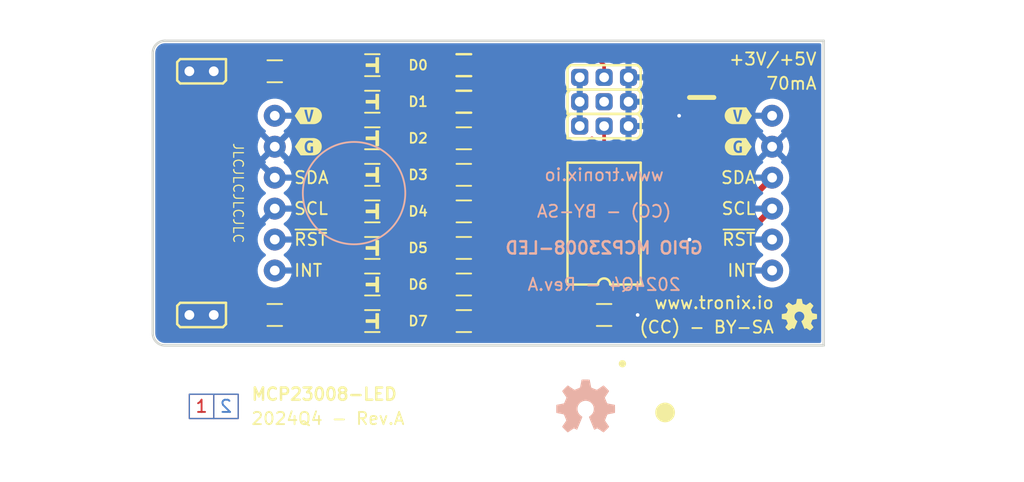
<source format=kicad_pcb>
(kicad_pcb (version 20241229) (generator "pcbnew") (generator_version "9.0")
  (title_block (title "GPIO - MCP23008-LED") (date "Q4/2024") (rev "A"))
  (layers (0 "F.Cu" signal) (2 "B.Cu" signal) (13 "F.Paste" user) (15 "B.Paste" user) (5 "F.SilkS" user "F.Silkscreen") (7 "B.SilkS" user "B.Silkscreen") (1 "F.Mask" user) (3 "B.Mask" user) (25 "Edge.Cuts" user))
  (net 0 "")
  (net 1 "POWER-GND")
  (net 2 "POWER-VBAT")
  (net 3 "Net-(U1-A2)")
  (net 4 "Net-(U1-A1)")
  (net 5 "Net-(U1-A0)")
  (net 6 "SDA")
  (net 7 "~{RESET}")
  (net 8 "SCL")
  (net 9 "INT")
  (net 10 "Net-(LED1-A)")
  (net 11 "Net-(LED2-A)")
  (net 12 "Net-(LED3-A)")
  (net 13 "Net-(LED4-A)")
  (net 14 "Net-(LED5-A)")
  (net 15 "Net-(LED6-A)")
  (net 16 "Net-(LED7-A)")
  (net 17 "Net-(LED8-A)")
  (net 18 "Net-(U1-GP7)")
  (net 19 "Net-(U1-GP6)")
  (net 20 "Net-(U1-GP5)")
  (net 21 "Net-(U1-GP4)")
  (net 22 "Net-(U1-GP3)")
  (net 23 "Net-(U1-GP2)")
  (net 24 "Net-(U1-GP1)")
  (net 25 "Net-(U1-GP0)")
  (net 27 "Net-(JP1-Pad1)")
  (net 28 "Net-(JP2-Pad1)")
  (footprint "tronixio:OSHW-3MM" (layer "F.Cu") (at 179 86.5)
    (property "Reference" "G***" (hide yes))
    (property "Value" "LOGO" (hide yes))
  )
  (footprint "tronixio:HARWIN-M20-975064x" (layer "F.Cu") (at 176.773 70.15 -90)
    (property "Reference" "K1")
    (property "Value" "GPIO IN")
    (pad "1" thru_hole circle (at 0 0 270) (size 1.8 1.8) (drill 0.8) (layers "*.Cu" "*.Mask") (net 2 "POWER-VBAT"))
    (pad "2" thru_hole circle (at 2.54 0 270) (size 1.8 1.8) (drill 0.8) (layers "*.Cu" "*.Mask") (net 1 "POWER-GND"))
    (pad "3" thru_hole circle (at 5.08 0 270) (size 1.8 1.8) (drill 0.8) (layers "*.Cu" "*.Mask") (net 6 "SDA"))
    (pad "4" thru_hole circle (at 7.62 0 270) (size 1.8 1.8) (drill 0.8) (layers "*.Cu" "*.Mask") (net 8 "SCL"))
    (pad "5" thru_hole circle (at 10.16 0 270) (size 1.8 1.8) (drill 0.8) (layers "*.Cu" "*.Mask") (net 7 "~{RESET}"))
    (pad "6" thru_hole circle (at 12.7 0 270) (size 1.8 1.8) (drill 0.8) (layers "*.Cu" "*.Mask") (net 9 "INT"))
  )
  (footprint "kibuzzard-62B79EB2" (layer "F.Cu") (at 174 70.15)
    (property "Reference" "kibuzzard-62B79EB2" (hide yes))
    (property "Value" "G***" (hide yes))
  )
  (footprint "tronixio:HARWIN-M22-25103xx" (layer "F.Cu") (at 161 69 90)
    (property "Reference" "JP4" (hide yes))
    (property "Value" "A1")
    (pad "1" thru_hole roundrect (at 0 0 90) (size 1.4 1.4) (drill 0.8) (layers "*.Cu" "*.Mask") (net 2 "POWER-VBAT"))
    (pad "2" thru_hole roundrect (at 0 2 90) (size 1.4 1.4) (drill 0.8) (layers "*.Cu" "*.Mask") (net 4 "Net-(U1-A1)"))
    (pad "3" thru_hole roundrect (at 0 4 90) (size 1.4 1.4) (drill 0.8) (layers "*.Cu" "*.Mask") (net 1 "POWER-GND"))
  )
  (footprint "kibuzzard-62B79E59" (layer "F.Cu") (at 138.75 72.69)
    (property "Reference" "kibuzzard-62B79E59" (hide yes))
    (property "Value" "G***" (hide yes))
  )
  (footprint "tronixio:LED-SMD-1206" (layer "F.Cu") (at 144 84)
    (property "Reference" "LED7")
    (property "Value" "D6")
    (pad "1" smd roundrect (at -1.5 0) (size 1.3 1.75) (layers "F.Cu" "F.Mask" "F.Paste") (roundrect_rratio 0.1) (net 1 "POWER-GND"))
    (pad "2" smd roundrect (at 1.5 0) (size 1.3 1.75) (layers "F.Cu" "F.Mask" "F.Paste") (roundrect_rratio 0.1) (net 16 "Net-(LED7-A)"))
  )
  (footprint "tronixio:HARWIN-M22-25102xx" (layer "F.Cu") (at 131 86.5 -90)
    (property "Reference" "JP1" (hide yes))
    (property "Value" "SCL")
    (pad "1" thru_hole roundrect (at 0 0 270) (size 1.4 1.4) (drill 0.8) (layers "*.Cu" "*.Mask") (net 27 "Net-(JP1-Pad1)"))
    (pad "2" thru_hole roundrect (at 0 2 270) (size 1.4 1.4) (drill 0.8) (layers "*.Cu" "*.Mask") (net 8 "SCL"))
  )
  (footprint "tronixio:LED-SMD-1206" (layer "F.Cu") (at 144 66)
    (property "Reference" "LED1")
    (property "Value" "D0")
    (pad "1" smd roundrect (at -1.5 0) (size 1.3 1.75) (layers "F.Cu" "F.Mask" "F.Paste") (roundrect_rratio 0.1) (net 1 "POWER-GND"))
    (pad "2" smd roundrect (at 1.5 0) (size 1.3 1.75) (layers "F.Cu" "F.Mask" "F.Paste") (roundrect_rratio 0.1) (net 10 "Net-(LED1-A)"))
  )
  (footprint "tronixio:SOIC-18W" (layer "F.Cu") (at 163 79 180)
    (property "Reference" "U1" (hide yes))
    (property "Value" "MCP23008")
    (pad "1" smd roundrect (at -4.7 -5.08 180) (size 2 0.6) (layers "F.Cu" "F.Mask" "F.Paste") (roundrect_rratio 0.15) (net 8 "SCL"))
    (pad "2" smd roundrect (at -4.7 -3.81 180) (size 2 0.6) (layers "F.Cu" "F.Mask" "F.Paste") (roundrect_rratio 0.15) (net 6 "SDA"))
    (pad "3" smd roundrect (at -4.7 -2.54 180) (size 2 0.6) (layers "F.Cu" "F.Mask" "F.Paste") (roundrect_rratio 0.15) (net 3 "Net-(U1-A2)"))
    (pad "4" smd roundrect (at -4.7 -1.27 180) (size 2 0.6) (layers "F.Cu" "F.Mask" "F.Paste") (roundrect_rratio 0.15) (net 4 "Net-(U1-A1)"))
    (pad "5" smd roundrect (at -4.7 0 180) (size 2 0.6) (layers "F.Cu" "F.Mask" "F.Paste") (roundrect_rratio 0.15) (net 5 "Net-(U1-A0)"))
    (pad "6" smd roundrect (at -4.7 1.27 180) (size 2 0.6) (layers "F.Cu" "F.Mask" "F.Paste") (roundrect_rratio 0.15) (net 7 "~{RESET}"))
    (pad "7" smd roundrect (at -4.7 2.54 180) (size 2 0.6) (layers "F.Cu" "F.Mask" "F.Paste") (roundrect_rratio 0.15))
    (pad "8" smd roundrect (at -4.7 3.81 180) (size 2 0.6) (layers "F.Cu" "F.Mask" "F.Paste") (roundrect_rratio 0.15))
    (pad "9" smd roundrect (at -4.7 5.08 180) (size 2 0.6) (layers "F.Cu" "F.Mask" "F.Paste") (roundrect_rratio 0.15) (net 1 "POWER-GND"))
    (pad "10" smd roundrect (at 4.7 5.08 180) (size 2 0.6) (layers "F.Cu" "F.Mask" "F.Paste") (roundrect_rratio 0.15) (net 25 "Net-(U1-GP0)"))
    (pad "11" smd roundrect (at 4.7 3.81 180) (size 2 0.6) (layers "F.Cu" "F.Mask" "F.Paste") (roundrect_rratio 0.15) (net 24 "Net-(U1-GP1)"))
    (pad "12" smd roundrect (at 4.7 2.54 180) (size 2 0.6) (layers "F.Cu" "F.Mask" "F.Paste") (roundrect_rratio 0.15) (net 23 "Net-(U1-GP2)"))
    (pad "13" smd roundrect (at 4.7 1.27 180) (size 2 0.6) (layers "F.Cu" "F.Mask" "F.Paste") (roundrect_rratio 0.15) (net 22 "Net-(U1-GP3)"))
    (pad "14" smd roundrect (at 4.7 0 180) (size 2 0.6) (layers "F.Cu" "F.Mask" "F.Paste") (roundrect_rratio 0.15) (net 21 "Net-(U1-GP4)"))
    (pad "15" smd roundrect (at 4.7 -1.27 180) (size 2 0.6) (layers "F.Cu" "F.Mask" "F.Paste") (roundrect_rratio 0.15) (net 20 "Net-(U1-GP5)"))
    (pad "16" smd roundrect (at 4.7 -2.54 180) (size 2 0.6) (layers "F.Cu" "F.Mask" "F.Paste") (roundrect_rratio 0.15) (net 19 "Net-(U1-GP6)"))
    (pad "17" smd roundrect (at 4.7 -3.81 180) (size 2 0.6) (layers "F.Cu" "F.Mask" "F.Paste") (roundrect_rratio 0.15) (net 18 "Net-(U1-GP7)"))
    (pad "18" smd roundrect (at 4.7 -5.08 180) (size 2 0.6) (layers "F.Cu" "F.Mask" "F.Paste") (roundrect_rratio 0.15) (net 2 "POWER-VBAT"))
  )
  (footprint "tronixio:RESISTOR-SMD-1206" (layer "F.Cu") (at 151.5 72 180)
    (property "Reference" "R8")
    (property "Value" "2k2")
    (pad "1" smd roundrect (at -1.5 0 180) (size 1.3 1.75) (layers "F.Cu" "F.Mask" "F.Paste") (roundrect_rratio 0.1) (net 23 "Net-(U1-GP2)"))
    (pad "2" smd roundrect (at 1.5 0 180) (size 1.3 1.75) (layers "F.Cu" "F.Mask" "F.Paste") (roundrect_rratio 0.1) (net 12 "Net-(LED3-A)"))
  )
  (footprint "tronixio:LED-SMD-1206" (layer "F.Cu") (at 144 75)
    (property "Reference" "LED4")
    (property "Value" "D3")
    (pad "1" smd roundrect (at -1.5 0) (size 1.3 1.75) (layers "F.Cu" "F.Mask" "F.Paste") (roundrect_rratio 0.1) (net 1 "POWER-GND"))
    (pad "2" smd roundrect (at 1.5 0) (size 1.3 1.75) (layers "F.Cu" "F.Mask" "F.Paste") (roundrect_rratio 0.1) (net 13 "Net-(LED4-A)"))
  )
  (footprint "tronixio:RESISTOR-SMD-1206" (layer "F.Cu") (at 151.5 84 180)
    (property "Reference" "R4")
    (property "Value" "2k2")
    (pad "1" smd roundrect (at -1.5 0 180) (size 1.3 1.75) (layers "F.Cu" "F.Mask" "F.Paste") (roundrect_rratio 0.1) (net 19 "Net-(U1-GP6)"))
    (pad "2" smd roundrect (at 1.5 0 180) (size 1.3 1.75) (layers "F.Cu" "F.Mask" "F.Paste") (roundrect_rratio 0.1) (net 16 "Net-(LED7-A)"))
  )
  (footprint "tronixio:RESISTOR-SMD-1206" (layer "F.Cu") (at 151.5 75 180)
    (property "Reference" "R7")
    (property "Value" "2k2")
    (pad "1" smd roundrect (at -1.5 0 180) (size 1.3 1.75) (layers "F.Cu" "F.Mask" "F.Paste") (roundrect_rratio 0.1) (net 22 "Net-(U1-GP3)"))
    (pad "2" smd roundrect (at 1.5 0 180) (size 1.3 1.75) (layers "F.Cu" "F.Mask" "F.Paste") (roundrect_rratio 0.1) (net 13 "Net-(LED4-A)"))
  )
  (footprint "tronixio:RESISTOR-SMD-1206" (layer "F.Cu") (at 151.5 66 180)
    (property "Reference" "R10" (hide yes))
    (property "Value" "2k2")
    (pad "1" smd roundrect (at -1.5 0 180) (size 1.3 1.75) (layers "F.Cu" "F.Mask" "F.Paste") (roundrect_rratio 0.1) (net 25 "Net-(U1-GP0)"))
    (pad "2" smd roundrect (at 1.5 0 180) (size 1.3 1.75) (layers "F.Cu" "F.Mask" "F.Paste") (roundrect_rratio 0.1) (net 10 "Net-(LED1-A)"))
  )
  (footprint "tronixio:HARWIN-M22-25103xx" (layer "F.Cu") (at 161 71 90)
    (property "Reference" "JP3" (hide yes))
    (property "Value" "A2")
    (pad "1" thru_hole roundrect (at 0 0 90) (size 1.4 1.4) (drill 0.8) (layers "*.Cu" "*.Mask") (net 2 "POWER-VBAT"))
    (pad "2" thru_hole roundrect (at 0 2 90) (size 1.4 1.4) (drill 0.8) (layers "*.Cu" "*.Mask") (net 3 "Net-(U1-A2)"))
    (pad "3" thru_hole roundrect (at 0 4 90) (size 1.4 1.4) (drill 0.8) (layers "*.Cu" "*.Mask") (net 1 "POWER-GND"))
  )
  (footprint "tronixio:LED-SMD-1206" (layer "F.Cu") (at 144 69)
    (property "Reference" "LED2")
    (property "Value" "D1")
    (pad "1" smd roundrect (at -1.5 0) (size 1.3 1.75) (layers "F.Cu" "F.Mask" "F.Paste") (roundrect_rratio 0.1) (net 1 "POWER-GND"))
    (pad "2" smd roundrect (at 1.5 0) (size 1.3 1.75) (layers "F.Cu" "F.Mask" "F.Paste") (roundrect_rratio 0.1) (net 11 "Net-(LED2-A)"))
  )
  (footprint "tronixio:RESISTOR-SMD-1206" (layer "F.Cu") (at 136 86.5 180)
    (property "Reference" "R1")
    (property "Value" "4k7")
    (pad "1" smd roundrect (at -1.5 0 180) (size 1.3 1.75) (layers "F.Cu" "F.Mask" "F.Paste") (roundrect_rratio 0.1) (net 2 "POWER-VBAT"))
    (pad "2" smd roundrect (at 1.5 0 180) (size 1.3 1.75) (layers "F.Cu" "F.Mask" "F.Paste") (roundrect_rratio 0.1) (net 27 "Net-(JP1-Pad1)"))
  )
  (footprint "tronixio:RESISTOR-SMD-1206" (layer "F.Cu") (at 151.5 87 180)
    (property "Reference" "R3")
    (property "Value" "2k2")
    (pad "1" smd roundrect (at -1.5 0 180) (size 1.3 1.75) (layers "F.Cu" "F.Mask" "F.Paste") (roundrect_rratio 0.1) (net 18 "Net-(U1-GP7)"))
    (pad "2" smd roundrect (at 1.5 0 180) (size 1.3 1.75) (layers "F.Cu" "F.Mask" "F.Paste") (roundrect_rratio 0.1) (net 17 "Net-(LED8-A)"))
  )
  (footprint "tronixio:RESISTOR-SMD-1206" (layer "F.Cu") (at 151.5 81 180)
    (property "Reference" "R5")
    (property "Value" "2k2")
    (pad "1" smd roundrect (at -1.5 0 180) (size 1.3 1.75) (layers "F.Cu" "F.Mask" "F.Paste") (roundrect_rratio 0.1) (net 20 "Net-(U1-GP5)"))
    (pad "2" smd roundrect (at 1.5 0 180) (size 1.3 1.75) (layers "F.Cu" "F.Mask" "F.Paste") (roundrect_rratio 0.1) (net 15 "Net-(LED6-A)"))
  )
  (footprint "tronixio:RESISTOR-SMD-1206" (layer "F.Cu") (at 151.5 69 180)
    (property "Reference" "R9" (hide yes))
    (property "Value" "2k2")
    (pad "1" smd roundrect (at -1.5 0 180) (size 1.3 1.75) (layers "F.Cu" "F.Mask" "F.Paste") (roundrect_rratio 0.1) (net 24 "Net-(U1-GP1)"))
    (pad "2" smd roundrect (at 1.5 0 180) (size 1.3 1.75) (layers "F.Cu" "F.Mask" "F.Paste") (roundrect_rratio 0.1) (net 11 "Net-(LED2-A)"))
  )
  (footprint "kibuzzard-62B79EC3" (layer "F.Cu") (at 174 72.69)
    (property "Reference" "kibuzzard-62B79EC3" (hide yes))
    (property "Value" "G***" (hide yes))
  )
  (footprint "tronixio:CAPACITOR-SMD-CASE-B" (layer "F.Cu") (at 171 71.85 -90)
    (property "Reference" "C2" (hide yes))
    (property "Value" "10µ")
    (pad "1" smd roundrect (at -1.7 0 270) (size 1.5 2.5) (layers "F.Cu" "F.Mask" "F.Paste") (roundrect_rratio 0.1) (net 2 "POWER-VBAT"))
    (pad "2" smd roundrect (at 1.7 0 270) (size 1.5 2.5) (layers "F.Cu" "F.Mask" "F.Paste") (roundrect_rratio 0.1) (net 1 "POWER-GND"))
  )
  (footprint "tronixio:LED-SMD-1206" (layer "F.Cu") (at 144 72)
    (property "Reference" "LED3")
    (property "Value" "D2")
    (pad "1" smd roundrect (at -1.5 0) (size 1.3 1.75) (layers "F.Cu" "F.Mask" "F.Paste") (roundrect_rratio 0.1) (net 1 "POWER-GND"))
    (pad "2" smd roundrect (at 1.5 0) (size 1.3 1.75) (layers "F.Cu" "F.Mask" "F.Paste") (roundrect_rratio 0.1) (net 12 "Net-(LED3-A)"))
  )
  (footprint "tronixio:RESISTOR-SMD-1206" (layer "F.Cu") (at 151.5 78 180)
    (property "Reference" "R6")
    (property "Value" "2k2")
    (pad "1" smd roundrect (at -1.5 0 180) (size 1.3 1.75) (layers "F.Cu" "F.Mask" "F.Paste") (roundrect_rratio 0.1) (net 21 "Net-(U1-GP4)"))
    (pad "2" smd roundrect (at 1.5 0 180) (size 1.3 1.75) (layers "F.Cu" "F.Mask" "F.Paste") (roundrect_rratio 0.1) (net 14 "Net-(LED5-A)"))
  )
  (footprint "tronixio:LED-SMD-1206" (layer "F.Cu") (at 144 87)
    (property "Reference" "LED8")
    (property "Value" "D7")
    (pad "1" smd roundrect (at -1.5 0) (size 1.3 1.75) (layers "F.Cu" "F.Mask" "F.Paste") (roundrect_rratio 0.1) (net 1 "POWER-GND"))
    (pad "2" smd roundrect (at 1.5 0) (size 1.3 1.75) (layers "F.Cu" "F.Mask" "F.Paste") (roundrect_rratio 0.1) (net 17 "Net-(LED8-A)"))
  )
  (footprint "tronixio:CAPACITOR-SMD-1206" (layer "F.Cu") (at 163 86.5)
    (property "Reference" "C1")
    (property "Value" "100n")
    (pad "1" smd roundrect (at -1.5 0) (size 1.3 1.75) (layers "F.Cu" "F.Mask" "F.Paste") (roundrect_rratio 0.1) (net 2 "POWER-VBAT"))
    (pad "2" smd roundrect (at 1.5 0) (size 1.3 1.75) (layers "F.Cu" "F.Mask" "F.Paste") (roundrect_rratio 0.1) (net 1 "POWER-GND"))
  )
  (footprint "tronixio:HARWIN-M22-25102xx" (layer "F.Cu") (at 131 66.5 -90)
    (property "Reference" "JP2" (hide yes))
    (property "Value" "SDA")
    (pad "1" thru_hole roundrect (at 0 0 270) (size 1.4 1.4) (drill 0.8) (layers "*.Cu" "*.Mask") (net 28 "Net-(JP2-Pad1)"))
    (pad "2" thru_hole roundrect (at 0 2 270) (size 1.4 1.4) (drill 0.8) (layers "*.Cu" "*.Mask") (net 6 "SDA"))
  )
  (footprint "tronixio:HARWIN-M22-25103xx" (layer "F.Cu") (at 161 67 90)
    (property "Reference" "JP5" (hide yes))
    (property "Value" "A0")
    (pad "1" thru_hole roundrect (at 0 0 90) (size 1.4 1.4) (drill 0.8) (layers "*.Cu" "*.Mask") (net 2 "POWER-VBAT"))
    (pad "2" thru_hole roundrect (at 0 2 90) (size 1.4 1.4) (drill 0.8) (layers "*.Cu" "*.Mask") (net 5 "Net-(U1-A0)"))
    (pad "3" thru_hole roundrect (at 0 4 90) (size 1.4 1.4) (drill 0.8) (layers "*.Cu" "*.Mask") (net 1 "POWER-GND"))
  )
  (footprint "kibuzzard-62B79DF9" (layer "F.Cu") (at 138.75 70.15)
    (property "Reference" "kibuzzard-62B79DF9" (hide yes))
    (property "Value" "G***" (hide yes))
  )
  (footprint "tronixio:LED-SMD-1206" (layer "F.Cu") (at 144 81)
    (property "Reference" "LED6")
    (property "Value" "D5")
    (pad "1" smd roundrect (at -1.5 0) (size 1.3 1.75) (layers "F.Cu" "F.Mask" "F.Paste") (roundrect_rratio 0.1) (net 1 "POWER-GND"))
    (pad "2" smd roundrect (at 1.5 0) (size 1.3 1.75) (layers "F.Cu" "F.Mask" "F.Paste") (roundrect_rratio 0.1) (net 15 "Net-(LED6-A)"))
  )
  (footprint "tronixio:LED-SMD-1206" (layer "F.Cu") (at 144 78)
    (property "Reference" "LED5")
    (property "Value" "D4")
    (pad "1" smd roundrect (at -1.5 0) (size 1.3 1.75) (layers "F.Cu" "F.Mask" "F.Paste") (roundrect_rratio 0.1) (net 1 "POWER-GND"))
    (pad "2" smd roundrect (at 1.5 0) (size 1.3 1.75) (layers "F.Cu" "F.Mask" "F.Paste") (roundrect_rratio 0.1) (net 14 "Net-(LED5-A)"))
  )
  (footprint "tronixio:RESISTOR-SMD-1206" (layer "F.Cu") (at 136 66.5 180)
    (property "Reference" "R2")
    (property "Value" "4k7")
    (pad "1" smd roundrect (at -1.5 0 180) (size 1.3 1.75) (layers "F.Cu" "F.Mask" "F.Paste") (roundrect_rratio 0.1) (net 2 "POWER-VBAT"))
    (pad "2" smd roundrect (at 1.5 0 180) (size 1.3 1.75) (layers "F.Cu" "F.Mask" "F.Paste") (roundrect_rratio 0.1) (net 28 "Net-(JP2-Pad1)"))
  )
  (footprint "tronixio:SAMTEC-SSW-106-02-T-S-RA" (layer "F.Cu") (at 136 82.85 90)
    (property "Reference" "K2")
    (property "Value" "GPIO OUT")
    (pad "1" thru_hole circle (at 0 0 90) (size 1.8 1.8) (drill 0.8) (layers "*.Cu" "*.Mask") (net 9 "INT"))
    (pad "2" thru_hole circle (at 2.54 0 90) (size 1.8 1.8) (drill 0.8) (layers "*.Cu" "*.Mask") (net 7 "~{RESET}"))
    (pad "3" thru_hole circle (at 5.08 0 90) (size 1.8 1.8) (drill 0.8) (layers "*.Cu" "*.Mask") (net 8 "SCL"))
    (pad "4" thru_hole circle (at 7.62 0 90) (size 1.8 1.8) (drill 0.8) (layers "*.Cu" "*.Mask") (net 6 "SDA"))
    (pad "5" thru_hole circle (at 10.16 0 90) (size 1.8 1.8) (drill 0.8) (layers "*.Cu" "*.Mask") (net 1 "POWER-GND"))
    (pad "6" thru_hole circle (at 12.7 0 90) (size 1.8 1.8) (drill 0.8) (layers "*.Cu" "*.Mask") (net 2 "POWER-VBAT"))
  )
  (footprint "tronixio:OSHW-5MM" (layer "B.Cu") (at 161.5 94 180)
    (property "Reference" "GT" (hide yes))
    (property "Value" "LOGO" (hide yes))
  )
  (footprint "tronixio:3M-SJ5376" (layer "B.Cu") (at 142.5 76.5 180)
    (property "Reference" "U2" (hide yes))
    (property "Value" "3M-SJ5376" (hide yes))
  )
  (gr_rect (start 129 93) (end 133 95) (stroke (width 0.1)) (fill no) (layer "F.Cu"))
  (gr_line (start 131 95) (end 131 93) (stroke (width 0.1)) (layer "F.Cu"))
  (gr_line (start 131 95) (end 131 93) (stroke (width 0.1)) (layer "B.Cu"))
  (gr_rect (start 129 93) (end 133 95) (stroke (width 0.1)) (fill no) (layer "B.Cu"))
  (gr_circle (center 168 94.5) (end 168.707107 94.5) (stroke (width 0.2)) (fill yes) (layer "F.SilkS"))
  (gr_circle (center 164.5 90.5) (end 164.75 90.5) (stroke (width 0.1)) (fill yes) (layer "F.SilkS"))
  (gr_line (start 181 64) (end 127 64) (stroke (width 0.2)) (layer "Edge.Cuts"))
  (gr_line (start 126 65) (end 126 88) (stroke (width 0.2)) (layer "Edge.Cuts"))
  (gr_line (start 127 89) (end 181 89) (stroke (width 0.2)) (layer "Edge.Cuts"))
  (gr_arc (start 126 65) (mid 126.292893 64.292893) (end 127 64) (stroke (width 0.2)) (layer "Edge.Cuts"))
  (gr_line (start 181 89) (end 181 64) (stroke (width 0.2)) (layer "Edge.Cuts"))
  (gr_arc (start 127 89) (mid 126.292893 88.707107) (end 126 88) (stroke (width 0.2)) (layer "Edge.Cuts"))
  (gr_text "1" (at 130 94 0) (layer "F.Cu") (effects (font (size 1 1))))
  (gr_text "2" (at 132 94 0) (layer "B.Cu") (effects (font (size 1 1)) (justify mirror)))
  (gr_text "SDA" (at 175.5 75.23 0) (layer "F.SilkS") (effects (font (size 1 1)) (justify right)))
  (gr_text "INT" (at 175.5 82.85 0) (layer "F.SilkS") (effects (font (size 1 1)) (justify right)))
  (gr_text "D2" (at 147.75 72 0) (layer "F.SilkS") (effects (font (size 0.8 0.8))))
  (gr_text "D4" (at 147.75 78 0) (layer "F.SilkS") (effects (font (size 0.8 0.8))))
  (gr_text "(CC) - BY-SA" (at 177 87.5 0) (layer "F.SilkS") (effects (font (size 1 1)) (justify right)))
  (gr_text "JLCJLCJLCJLC" (at 133 76.5 -90) (layer "F.SilkS") (effects (font (size 0.8 0.8) (thickness 0.1))))
  (gr_text "D3" (at 147.75 75 0) (layer "F.SilkS") (effects (font (size 0.8 0.8))))
  (gr_text "D1" (at 147.75 69 0) (layer "F.SilkS") (effects (font (size 0.8 0.8))))
  (gr_text "2024Q4 - Rev.A" (at 134 95 0) (layer "F.SilkS") (effects (font (size 1 1)) (justify left)))
  (gr_text "D6" (at 147.75 84 0) (layer "F.SilkS") (effects (font (size 0.8 0.8))))
  (gr_text "+3V/+5V" (at 180.5 65.5 0) (layer "F.SilkS") (effects (font (size 1 1)) (justify right)))
  (gr_text "MCP23008-LED" (at 134 93 0) (layer "F.SilkS") (effects (font (size 1 1) (thickness 0.2)) (justify left)))
  (gr_text "SCL" (at 175.5 77.77 0) (layer "F.SilkS") (effects (font (size 1 1)) (justify right)))
  (gr_text "www.tronix.io" (at 177 85.5 0) (layer "F.SilkS") (effects (font (size 1 1)) (justify right)))
  (gr_text "~{RST}" (at 175.5 80.31 0) (layer "F.SilkS") (effects (font (size 1 1)) (justify right)))
  (gr_text "~{RST}" (at 137.5 80.31 0) (layer "F.SilkS") (effects (font (size 1 1)) (justify left)))
  (gr_text "SCL" (at 137.5 77.77 0) (layer "F.SilkS") (effects (font (size 1 1)) (justify left)))
  (gr_text "D7" (at 147.75 87 0) (layer "F.SilkS") (effects (font (size 0.8 0.8))))
  (gr_text "SDA" (at 137.5 75.23 0) (layer "F.SilkS") (effects (font (size 1 1)) (justify left)))
  (gr_text "70mA" (at 180.5 67.5 0) (layer "F.SilkS") (effects (font (size 1 1)) (justify right)))
  (gr_text "D0" (at 147.75 66 0) (layer "F.SilkS") (effects (font (size 0.8 0.8))))
  (gr_text "INT" (at 137.5 82.85 0) (layer "F.SilkS") (effects (font (size 1 1)) (justify left)))
  (gr_text "D5" (at 147.75 81 0) (layer "F.SilkS") (effects (font (size 0.8 0.8))))
  (gr_text "www.tronix.io" (at 163 75 0) (layer "B.SilkS") (effects (font (size 1 1)) (justify mirror)))
  (gr_text "2024Q4 - Rev.A" (at 163 84 0) (layer "B.SilkS") (effects (font (size 1 1)) (justify mirror)))
  (gr_text "GPIO MCP23008-LED" (at 163 81 0) (layer "B.SilkS") (effects (font (size 1 1) (thickness 0.2)) (justify mirror)))
  (gr_text "(CC) - BY-SA" (at 163 78 0) (layer "B.SilkS") (effects (font (size 1 1)) (justify mirror)))
  (segment (start 142.5 87) (end 142.5 66) (width 1) (layer "F.Cu") (net 1))
  (segment (start 164.5 86.5) (end 165.75 86.5) (width 0.5) (layer "F.Cu") (net 1))
  (via (at 165.75 86.5) (size 0.6) (drill 0.3) (layers "F.Cu" "B.Cu") (net 1))
  (segment (start 161.5 85) (end 161.5 86.5) (width 0.5) (layer "F.Cu") (net 2))
  (segment (start 160.58 84.08) (end 161.5 85) (width 0.5) (layer "F.Cu") (net 2))
  (segment (start 171 70.15) (end 169.15 70.15) (width 0.5) (layer "F.Cu") (net 2))
  (segment (start 158.3 84.08) (end 160.58 84.08) (width 0.5) (layer "F.Cu") (net 2))
  (via (at 169.15 70.15) (size 0.6) (drill 0.3) (layers "F.Cu" "B.Cu") (net 2))
  (segment (start 169.15 70.15) (end 176.773 70.15) (width 0.5) (layer "B.Cu") (net 2))
  (segment (start 161 67) (end 161 71) (width 0.5) (layer "B.Cu") (net 2))
  (segment (start 140.15 70.15) (end 143.5 73.5) (width 0.5) (layer "B.Cu") (net 2))
  (segment (start 143.5 73.5) (end 165.8 73.5) (width 0.5) (layer "B.Cu") (net 2))
  (segment (start 165.8 73.5) (end 169.15 70.15) (width 0.5) (layer "B.Cu") (net 2))
  (segment (start 136 70.15) (end 140.15 70.15) (width 0.5) (layer "B.Cu") (net 2))
  (segment (start 162.5 65.5) (end 163 66) (width 0.3) (layer "F.Cu") (net 3))
  (segment (start 161 76.055636) (end 161 73.5) (width 0.3) (layer "F.Cu") (net 3))
  (segment (start 163 66) (end 163 67) (width 0.3) (layer "F.Cu") (net 3))
  (segment (start 159.5 72) (end 159.5 66) (width 0.3) (layer "F.Cu") (net 3))
  (segment (start 167.7 81.54) (end 166.484364 81.54) (width 0.3) (layer "F.Cu") (net 3))
  (segment (start 160 65.5) (end 162.5 65.5) (width 0.3) (layer "F.Cu") (net 3))
  (segment (start 166.484364 81.54) (end 161 76.055636) (width 0.3) (layer "F.Cu") (net 3))
  (segment (start 159.5 66) (end 160 65.5) (width 0.3) (layer "F.Cu") (net 3))
  (segment (start 161 73.5) (end 159.5 72) (width 0.3) (layer "F.Cu") (net 3))
  (segment (start 162 76) (end 162 72) (width 0.3) (layer "F.Cu") (net 4))
  (segment (start 166.27 80.27) (end 162 76) (width 0.3) (layer "F.Cu") (net 4))
  (segment (start 167.7 80.27) (end 166.27 80.27) (width 0.3) (layer "F.Cu") (net 4))
  (segment (start 166.5 79) (end 167.7 79) (width 0.3) (layer "F.Cu") (net 5))
  (segment (start 163 75.5) (end 166.5 79) (width 0.3) (layer "F.Cu") (net 5))
  (segment (start 163 71) (end 163 75.5) (width 0.3) (layer "F.Cu") (net 5))
  (segment (start 167.7 82.81) (end 169.193 82.81) (width 0.5) (layer "F.Cu") (net 6))
  (segment (start 169.193 82.81) (end 176.773 75.23) (width 0.5) (layer "F.Cu") (net 6))
  (segment (start 129 68.23) (end 129 66.5) (width 0.5) (layer "B.Cu") (net 6))
  (segment (start 136 75.23) (end 129 68.23) (width 0.5) (layer "B.Cu") (net 6))
  (segment (start 136 75.23) (end 176.773 75.23) (width 0.5) (layer "B.Cu") (net 6))
  (segment (start 167.7 77.73) (end 169.23 77.73) (width 0.5) (layer "F.Cu") (net 7))
  (segment (start 169.23 77.73) (end 170 78.5) (width 0.5) (layer "F.Cu") (net 7))
  (segment (start 170 78.5) (end 170 80.31) (width 0.5) (layer "F.Cu") (net 7))
  (via (at 170 80.31) (size 0.6) (drill 0.3) (layers "F.Cu" "B.Cu") (net 7))
  (segment (start 136 80.31) (end 176.773 80.31) (width 0.5) (layer "B.Cu") (net 7))
  (segment (start 167.7 84.08) (end 170.463 84.08) (width 0.5) (layer "F.Cu") (net 8))
  (segment (start 170.463 84.08) (end 176.773 77.77) (width 0.5) (layer "F.Cu") (net 8))
  (segment (start 176.773 77.77) (end 136 77.77) (width 0.5) (layer "B.Cu") (net 8))
  (segment (start 136 77.77) (end 129 84.77) (width 0.5) (layer "B.Cu") (net 8))
  (segment (start 129 84.77) (end 129 86.5) (width 0.5) (layer "B.Cu") (net 8))
  (segment (start 176.773 82.85) (end 136 82.85) (width 0.5) (layer "B.Cu") (net 9))
  (segment (start 156.69 82.81) (end 156 83.5) (width 0.3) (layer "F.Cu") (net 18))
  (segment (start 156 83.5) (end 156 85.5) (width 0.3) (layer "F.Cu") (net 18))
  (segment (start 156 85.5) (end 154.5 87) (width 0.3) (layer "F.Cu") (net 18))
  (segment (start 158.3 82.81) (end 156.69 82.81) (width 0.3) (layer "F.Cu") (net 18))
  (segment (start 154 87) (end 153 87) (width 0.3) (layer "F.Cu") (net 18))
  (segment (start 158.3 81.54) (end 155.96 81.54) (width 0.3) (layer "F.Cu") (net 19))
  (segment (start 155 82.5) (end 155 83.5) (width 0.3) (layer "F.Cu") (net 19))
  (segment (start 154.5 84) (end 155 83.5) (width 0.3) (layer "F.Cu") (net 19))
  (segment (start 153 84) (end 154 84) (width 0.3) (layer "F.Cu") (net 19))
  (segment (start 155.96 81.54) (end 155 82.5) (width 0.3) (layer "F.Cu") (net 19))
  (segment (start 155.23 80.27) (end 154.5 81) (width 0.3) (layer "F.Cu") (net 20))
  (segment (start 154 81) (end 153 81) (width 0.3) (layer "F.Cu") (net 20))
  (segment (start 158.3 80.27) (end 155.23 80.27) (width 0.3) (layer "F.Cu") (net 20))
  (segment (start 158.3 79) (end 155.5 79) (width 0.3) (layer "F.Cu") (net 21))
  (segment (start 155.5 79) (end 154.5 78) (width 0.3) (layer "F.Cu") (net 21))
  (segment (start 154 78) (end 153 78) (width 0.3) (layer "F.Cu") (net 21))
  (segment (start 153.5 78) (end 155.5 78) (width 0.3) (layer "F.Cu") (net 21))
  (segment (start 156.73 77.73) (end 158.3 77.73) (width 0.3) (layer "F.Cu") (net 22))
  (segment (start 155.5 76.5) (end 156.73 77.73) (width 0.3) (layer "F.Cu") (net 22))
  (segment (start 154 76.5) (end 155.5 76.5) (width 0.3) (layer "F.Cu") (net 22))
  (segment (start 153 75) (end 153 76) (width 0.3) (layer "F.Cu") (net 22))
  (segment (start 153 76) (end 153.5 76.5) (width 0.3) (layer "F.Cu") (net 22))
  (segment (start 154 72) (end 153 72) (width 0.3) (layer "F.Cu") (net 23))
  (segment (start 158.3 76.46) (end 156.96 76.46) (width 0.3) (layer "F.Cu") (net 23))
  (segment (start 156.96 76.46) (end 155.5 75) (width 0.3) (layer "F.Cu") (net 23))
  (segment (start 155.5 73) (end 154.5 72) (width 0.3) (layer "F.Cu") (net 23))
  (segment (start 155.5 75) (end 155.5 73) (width 0.3) (layer "F.Cu") (net 23))
  (segment (start 156.5 71) (end 154.5 69) (width 0.3) (layer "F.Cu") (net 24))
  (segment (start 156.5 74.5) (end 156.5 71) (width 0.3) (layer "F.Cu") (net 24))
  (segment (start 154 69) (end 153 69) (width 0.3) (layer "F.Cu") (net 24))
  (segment (start 157.19 75.19) (end 156.5 74.5) (width 0.3) (layer "F.Cu") (net 24))
  (segment (start 158.3 75.19) (end 157.19 75.19) (width 0.3) (layer "F.Cu") (net 24))
  (segment (start 154 66) (end 153 66) (width 0.3) (layer "F.Cu") (net 25))
  (segment (start 158.3 69.8) (end 154.5 66) (width 0.3) (layer "F.Cu") (net 25))
  (segment (start 158.3 73.92) (end 158.3 69.8) (width 0.3) (layer "F.Cu") (net 25))
  (zone (net 1) (net_name "POWER-GND") (layer "B.Cu") (connect_pads (clearance 0.5)) (min_thickness 0.25) (fill yes (thermal_gap 0.5) (thermal_bridge_width 0.5))
    (polygon (pts (xy 181 89) (xy 126 89) (xy 126 64) (xy 181 64)))
  )
)
</source>
